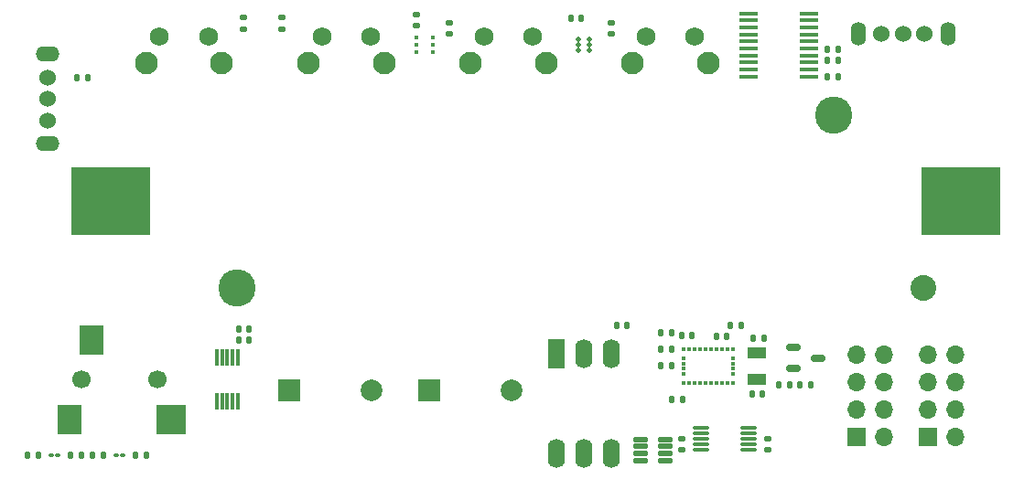
<source format=gbr>
%TF.GenerationSoftware,KiCad,Pcbnew,8.0.3*%
%TF.CreationDate,2024-07-03T21:33:09+01:00*%
%TF.ProjectId,Peanut,5065616e-7574-42e6-9b69-6361645f7063,rev?*%
%TF.SameCoordinates,Original*%
%TF.FileFunction,Soldermask,Top*%
%TF.FilePolarity,Negative*%
%FSLAX46Y46*%
G04 Gerber Fmt 4.6, Leading zero omitted, Abs format (unit mm)*
G04 Created by KiCad (PCBNEW 8.0.3) date 2024-07-03 21:33:09*
%MOMM*%
%LPD*%
G01*
G04 APERTURE LIST*
G04 Aperture macros list*
%AMRoundRect*
0 Rectangle with rounded corners*
0 $1 Rounding radius*
0 $2 $3 $4 $5 $6 $7 $8 $9 X,Y pos of 4 corners*
0 Add a 4 corners polygon primitive as box body*
4,1,4,$2,$3,$4,$5,$6,$7,$8,$9,$2,$3,0*
0 Add four circle primitives for the rounded corners*
1,1,$1+$1,$2,$3*
1,1,$1+$1,$4,$5*
1,1,$1+$1,$6,$7*
1,1,$1+$1,$8,$9*
0 Add four rect primitives between the rounded corners*
20,1,$1+$1,$2,$3,$4,$5,0*
20,1,$1+$1,$4,$5,$6,$7,0*
20,1,$1+$1,$6,$7,$8,$9,0*
20,1,$1+$1,$8,$9,$2,$3,0*%
G04 Aperture macros list end*
%ADD10R,1.700000X1.700000*%
%ADD11O,1.700000X1.700000*%
%ADD12R,7.340000X6.350000*%
%ADD13C,3.450000*%
%ADD14C,2.390000*%
%ADD15RoundRect,0.140000X0.140000X0.170000X-0.140000X0.170000X-0.140000X-0.170000X0.140000X-0.170000X0*%
%ADD16R,1.800000X1.000000*%
%ADD17RoundRect,0.150000X-0.512500X-0.150000X0.512500X-0.150000X0.512500X0.150000X-0.512500X0.150000X0*%
%ADD18RoundRect,0.135000X-0.135000X-0.185000X0.135000X-0.185000X0.135000X0.185000X-0.135000X0.185000X0*%
%ADD19R,0.406400X0.304800*%
%ADD20RoundRect,0.140000X-0.140000X-0.170000X0.140000X-0.170000X0.140000X0.170000X-0.140000X0.170000X0*%
%ADD21O,1.400000X2.200000*%
%ADD22C,1.524000*%
%ADD23R,1.676400X0.355600*%
%ADD24R,0.431800X0.304800*%
%ADD25R,0.304800X0.431800*%
%ADD26C,0.464000*%
%ADD27C,1.750000*%
%ADD28C,2.100000*%
%ADD29RoundRect,0.125000X-0.537500X-0.125000X0.537500X-0.125000X0.537500X0.125000X-0.537500X0.125000X0*%
%ADD30R,2.800000X2.800000*%
%ADD31R,2.200000X2.800000*%
%ADD32C,1.700000*%
%ADD33O,2.200000X1.400000*%
%ADD34RoundRect,0.135000X0.185000X-0.135000X0.185000X0.135000X-0.185000X0.135000X-0.185000X-0.135000X0*%
%ADD35RoundRect,0.100000X0.130000X0.100000X-0.130000X0.100000X-0.130000X-0.100000X0.130000X-0.100000X0*%
%ADD36R,0.330200X1.524000*%
%ADD37RoundRect,0.135000X0.135000X0.185000X-0.135000X0.185000X-0.135000X-0.185000X0.135000X-0.185000X0*%
%ADD38RoundRect,0.140000X0.170000X-0.140000X0.170000X0.140000X-0.170000X0.140000X-0.170000X-0.140000X0*%
%ADD39RoundRect,0.135000X-0.185000X0.135000X-0.185000X-0.135000X0.185000X-0.135000X0.185000X0.135000X0*%
%ADD40RoundRect,0.075000X-0.650000X-0.075000X0.650000X-0.075000X0.650000X0.075000X-0.650000X0.075000X0*%
%ADD41C,2.000000*%
%ADD42R,2.000000X2.000000*%
%ADD43R,1.600000X2.700000*%
%ADD44O,1.600000X2.700000*%
%ADD45RoundRect,0.140000X-0.170000X0.140000X-0.170000X-0.140000X0.170000X-0.140000X0.170000X0.140000X0*%
G04 APERTURE END LIST*
D10*
%TO.C,J2*%
X178850000Y-85300000D03*
D11*
X181390000Y-85300000D03*
X178850000Y-82760000D03*
X181390000Y-82760000D03*
X178850000Y-80220000D03*
X181390000Y-80220000D03*
X178850000Y-77680000D03*
X181390000Y-77680000D03*
%TD*%
D12*
%TO.C,BT1*%
X103170000Y-63500000D03*
X181830000Y-63500000D03*
D13*
X114900000Y-71500000D03*
X170100000Y-55500000D03*
D14*
X178430000Y-71500000D03*
%TD*%
D15*
%TO.C,C5*%
X154120000Y-78700000D03*
X155080000Y-78700000D03*
%TD*%
D16*
%TO.C,Y1*%
X163000000Y-80000000D03*
X163000000Y-77500000D03*
%TD*%
D17*
%TO.C,Q1*%
X168637500Y-78000000D03*
X166362500Y-78950000D03*
X166362500Y-77050000D03*
%TD*%
D18*
%TO.C,R14*%
X166010000Y-80500000D03*
X164990000Y-80500000D03*
%TD*%
D19*
%TO.C,U4*%
X133049400Y-48350001D03*
X133049400Y-49000000D03*
X133049400Y-49649999D03*
X131500000Y-49649999D03*
X131500000Y-49000000D03*
X131500000Y-48350001D03*
%TD*%
D20*
%TO.C,C2*%
X156980000Y-75950000D03*
X156020000Y-75950000D03*
%TD*%
D18*
%TO.C,R1*%
X161510000Y-75000000D03*
X160490000Y-75000000D03*
%TD*%
D15*
%TO.C,C4*%
X154120000Y-77200000D03*
X155080000Y-77200000D03*
%TD*%
D20*
%TO.C,C10*%
X169520000Y-51950000D03*
X170480000Y-51950000D03*
%TD*%
D21*
%TO.C,SW6*%
X180650000Y-48000000D03*
X172350000Y-48000000D03*
D22*
X174500000Y-48000000D03*
X176500000Y-48000000D03*
X178500000Y-48000000D03*
%TD*%
D15*
%TO.C,C11*%
X145795000Y-46500000D03*
X146755000Y-46500000D03*
%TD*%
D23*
%TO.C,U2*%
X162180600Y-51924998D03*
X162180600Y-51274999D03*
X162180600Y-50624998D03*
X162180600Y-49974999D03*
X162180600Y-49324998D03*
X162180600Y-48674999D03*
X162180600Y-48024998D03*
X162180600Y-47374999D03*
X162180600Y-46724998D03*
X162180600Y-46075000D03*
X167819400Y-46075002D03*
X167819400Y-46725001D03*
X167819400Y-47375002D03*
X167819400Y-48025001D03*
X167819400Y-48675002D03*
X167819400Y-49325001D03*
X167819400Y-49974999D03*
X167819400Y-50625001D03*
X167819400Y-51274999D03*
X167819400Y-51925000D03*
%TD*%
D15*
%TO.C,C3*%
X154120000Y-75700000D03*
X155080000Y-75700000D03*
%TD*%
D24*
%TO.C,U1*%
X160786000Y-77999999D03*
X160786000Y-78500000D03*
X160786000Y-79000000D03*
X160786000Y-79500001D03*
D25*
X160750001Y-80337500D03*
X160249999Y-80337500D03*
X159750000Y-80337500D03*
X159250001Y-80337500D03*
X158750000Y-80337500D03*
X158250000Y-80337500D03*
X157749999Y-80337500D03*
X157250000Y-80337500D03*
X156750001Y-80337500D03*
X156249999Y-80337500D03*
D24*
X156214000Y-79500001D03*
X156214000Y-79000000D03*
X156214000Y-78500000D03*
X156214000Y-77999999D03*
D25*
X156249999Y-77162500D03*
X156750001Y-77162500D03*
X157250000Y-77162500D03*
X157749999Y-77162500D03*
X158250000Y-77162500D03*
X158750000Y-77162500D03*
X159250001Y-77162500D03*
X159750000Y-77162500D03*
X160249999Y-77162500D03*
X160750001Y-77162500D03*
%TD*%
D20*
%TO.C,C1*%
X160180000Y-76000000D03*
X159220000Y-76000000D03*
%TD*%
D26*
%TO.C,U3*%
X147500000Y-49500000D03*
X146500000Y-49500000D03*
X147500000Y-49000000D03*
X146500000Y-49000000D03*
X147500000Y-48500000D03*
X146500000Y-48500000D03*
%TD*%
D15*
%TO.C,C6*%
X162670000Y-76200000D03*
X163630000Y-76200000D03*
%TD*%
D27*
%TO.C,SW1*%
X112225000Y-48212500D03*
X107725000Y-48212500D03*
D28*
X113485000Y-50702500D03*
X106475000Y-50702500D03*
%TD*%
D18*
%TO.C,R11*%
X96510000Y-87000000D03*
X95490000Y-87000000D03*
%TD*%
D20*
%TO.C,C13*%
X150980000Y-75000000D03*
X150020000Y-75000000D03*
%TD*%
D15*
%TO.C,C14*%
X115040000Y-76300000D03*
X116000000Y-76300000D03*
%TD*%
D29*
%TO.C,U8*%
X152262500Y-85525000D03*
X152262500Y-86175000D03*
X152262500Y-86825000D03*
X152262500Y-87475000D03*
X154537500Y-87475000D03*
X154537500Y-86825000D03*
X154537500Y-86175000D03*
X154537500Y-85525000D03*
%TD*%
D30*
%TO.C,J3*%
X108800000Y-83700000D03*
D31*
X99400000Y-83700000D03*
X101400000Y-76300000D03*
D32*
X107500000Y-80000000D03*
X100500000Y-80000000D03*
%TD*%
D15*
%TO.C,C15*%
X115040000Y-75300000D03*
X116000000Y-75300000D03*
%TD*%
D11*
%TO.C,J1*%
X174750000Y-77680000D03*
X172210000Y-77680000D03*
X174750000Y-80220000D03*
X172210000Y-80220000D03*
X174750000Y-82760000D03*
X172210000Y-82760000D03*
X174750000Y-85300000D03*
D10*
X172210000Y-85300000D03*
%TD*%
D33*
%TO.C,SW5*%
X97325000Y-49850000D03*
X97325000Y-58150000D03*
D22*
X97325000Y-56000000D03*
X97325000Y-54000000D03*
X97325000Y-52000000D03*
%TD*%
D34*
%TO.C,R6*%
X149500000Y-46990000D03*
X149500000Y-48010000D03*
%TD*%
D28*
%TO.C,SW2*%
X121475000Y-50702500D03*
X128485000Y-50702500D03*
D27*
X122725000Y-48212500D03*
X127225000Y-48212500D03*
%TD*%
D35*
%TO.C,D1*%
X97680000Y-87000000D03*
X98320000Y-87000000D03*
%TD*%
D27*
%TO.C,SW4*%
X157225000Y-48212500D03*
X152725000Y-48212500D03*
D28*
X158485000Y-50702500D03*
X151475000Y-50702500D03*
%TD*%
D36*
%TO.C,U5*%
X115000001Y-82044700D03*
X114499999Y-82044700D03*
X114000000Y-82044700D03*
X113500001Y-82044700D03*
X112999999Y-82044700D03*
X112999999Y-77955300D03*
X113500001Y-77955300D03*
X114000000Y-77955300D03*
X114499999Y-77955300D03*
X115000001Y-77955300D03*
%TD*%
D37*
%TO.C,R7*%
X101110000Y-52000000D03*
X100090000Y-52000000D03*
%TD*%
D38*
%TO.C,C12*%
X131500000Y-46220000D03*
X131500000Y-47180000D03*
%TD*%
D39*
%TO.C,R5*%
X134500000Y-48010000D03*
X134500000Y-46990000D03*
%TD*%
D18*
%TO.C,R15*%
X168010000Y-80500000D03*
X166990000Y-80500000D03*
%TD*%
D37*
%TO.C,R10*%
X99490000Y-87000000D03*
X100510000Y-87000000D03*
%TD*%
D39*
%TO.C,R3*%
X115500000Y-47510000D03*
X115500000Y-46490000D03*
%TD*%
D20*
%TO.C,C8*%
X169520000Y-49450000D03*
X170480000Y-49450000D03*
%TD*%
D39*
%TO.C,R4*%
X119000000Y-47510000D03*
X119000000Y-46490000D03*
%TD*%
D20*
%TO.C,C9*%
X169520000Y-50450000D03*
X170480000Y-50450000D03*
%TD*%
D40*
%TO.C,U7*%
X162200000Y-84500000D03*
X162200000Y-85000000D03*
X162200000Y-85500000D03*
X162200000Y-86000000D03*
X162200000Y-86500000D03*
X157800000Y-86500000D03*
X157800000Y-86000000D03*
X157800000Y-85500000D03*
X157800000Y-85000000D03*
X157800000Y-84500000D03*
%TD*%
D41*
%TO.C,BZ1*%
X127300000Y-81000000D03*
D42*
X119700000Y-81000000D03*
%TD*%
D37*
%TO.C,R9*%
X105490000Y-87000000D03*
X106510000Y-87000000D03*
%TD*%
D15*
%TO.C,C7*%
X162570000Y-81300000D03*
X163530000Y-81300000D03*
%TD*%
D18*
%TO.C,R2*%
X156110000Y-81800000D03*
X155090000Y-81800000D03*
%TD*%
D35*
%TO.C,D2*%
X103680000Y-87000000D03*
X104320000Y-87000000D03*
%TD*%
D18*
%TO.C,R12*%
X102510000Y-87000000D03*
X101490000Y-87000000D03*
%TD*%
D27*
%TO.C,SW3*%
X142225000Y-48212500D03*
X137725000Y-48212500D03*
D28*
X143485000Y-50702500D03*
X136475000Y-50702500D03*
%TD*%
D43*
%TO.C,U6*%
X144460000Y-77600000D03*
D44*
X147000000Y-77600000D03*
X149540000Y-77600000D03*
X149540000Y-86800000D03*
X147000000Y-86800000D03*
X144460000Y-86800000D03*
%TD*%
D45*
%TO.C,C17*%
X164000000Y-85520000D03*
X164000000Y-86480000D03*
%TD*%
D41*
%TO.C,BZ2*%
X140300000Y-81000000D03*
D42*
X132700000Y-81000000D03*
%TD*%
D38*
%TO.C,C16*%
X156000000Y-86480000D03*
X156000000Y-85520000D03*
%TD*%
M02*

</source>
